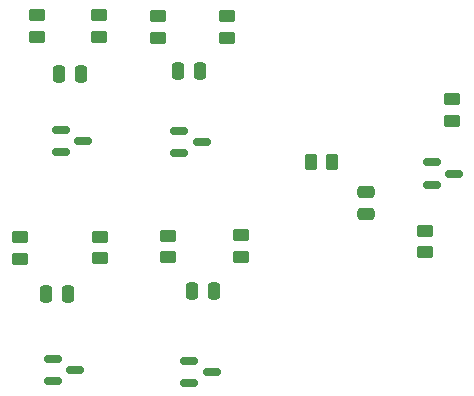
<source format=gbr>
%TF.GenerationSoftware,KiCad,Pcbnew,8.0.1*%
%TF.CreationDate,2024-04-22T22:36:18-04:00*%
%TF.ProjectId,analogBirdSAO,616e616c-6f67-4426-9972-6453414f2e6b,rev?*%
%TF.SameCoordinates,Original*%
%TF.FileFunction,Paste,Top*%
%TF.FilePolarity,Positive*%
%FSLAX46Y46*%
G04 Gerber Fmt 4.6, Leading zero omitted, Abs format (unit mm)*
G04 Created by KiCad (PCBNEW 8.0.1) date 2024-04-22 22:36:18*
%MOMM*%
%LPD*%
G01*
G04 APERTURE LIST*
G04 Aperture macros list*
%AMRoundRect*
0 Rectangle with rounded corners*
0 $1 Rounding radius*
0 $2 $3 $4 $5 $6 $7 $8 $9 X,Y pos of 4 corners*
0 Add a 4 corners polygon primitive as box body*
4,1,4,$2,$3,$4,$5,$6,$7,$8,$9,$2,$3,0*
0 Add four circle primitives for the rounded corners*
1,1,$1+$1,$2,$3*
1,1,$1+$1,$4,$5*
1,1,$1+$1,$6,$7*
1,1,$1+$1,$8,$9*
0 Add four rect primitives between the rounded corners*
20,1,$1+$1,$2,$3,$4,$5,0*
20,1,$1+$1,$4,$5,$6,$7,0*
20,1,$1+$1,$6,$7,$8,$9,0*
20,1,$1+$1,$8,$9,$2,$3,0*%
G04 Aperture macros list end*
%ADD10RoundRect,0.250000X-0.250000X-0.475000X0.250000X-0.475000X0.250000X0.475000X-0.250000X0.475000X0*%
%ADD11RoundRect,0.250000X0.262500X0.450000X-0.262500X0.450000X-0.262500X-0.450000X0.262500X-0.450000X0*%
%ADD12RoundRect,0.250000X-0.450000X0.262500X-0.450000X-0.262500X0.450000X-0.262500X0.450000X0.262500X0*%
%ADD13RoundRect,0.150000X-0.587500X-0.150000X0.587500X-0.150000X0.587500X0.150000X-0.587500X0.150000X0*%
%ADD14RoundRect,0.250000X0.450000X-0.262500X0.450000X0.262500X-0.450000X0.262500X-0.450000X-0.262500X0*%
%ADD15RoundRect,0.250000X0.475000X-0.250000X0.475000X0.250000X-0.475000X0.250000X-0.475000X-0.250000X0*%
G04 APERTURE END LIST*
D10*
%TO.C,C1*%
X74181250Y-82800000D03*
X76081250Y-82800000D03*
%TD*%
D11*
%TO.C,R11*%
X97362500Y-90250000D03*
X95537500Y-90250000D03*
%TD*%
D12*
%TO.C,R8*%
X77581250Y-77787500D03*
X77581250Y-79612500D03*
%TD*%
%TO.C,R1*%
X72381250Y-77787500D03*
X72381250Y-79612500D03*
%TD*%
D13*
%TO.C,Q2*%
X73700000Y-106900000D03*
X73700000Y-108800000D03*
X75575000Y-107850000D03*
%TD*%
%TO.C,Q3*%
X84406250Y-87612500D03*
X84406250Y-89512500D03*
X86281250Y-88562500D03*
%TD*%
D10*
%TO.C,C2*%
X84281250Y-82562500D03*
X86181250Y-82562500D03*
%TD*%
D13*
%TO.C,Q1*%
X74393750Y-87512500D03*
X74393750Y-89412500D03*
X76268750Y-88462500D03*
%TD*%
D10*
%TO.C,C3*%
X73100000Y-101450000D03*
X75000000Y-101450000D03*
%TD*%
D12*
%TO.C,R7*%
X82631250Y-77887500D03*
X82631250Y-79712500D03*
%TD*%
D10*
%TO.C,C4*%
X85450000Y-101150000D03*
X87350000Y-101150000D03*
%TD*%
D14*
%TO.C,R9*%
X107512500Y-86725000D03*
X107512500Y-84900000D03*
%TD*%
D12*
%TO.C,R5*%
X83450000Y-96487500D03*
X83450000Y-98312500D03*
%TD*%
D14*
%TO.C,R10*%
X105237500Y-97900000D03*
X105237500Y-96075000D03*
%TD*%
D13*
%TO.C,Q4*%
X85262500Y-107050000D03*
X85262500Y-108950000D03*
X87137500Y-108000000D03*
%TD*%
D15*
%TO.C,C5*%
X100237500Y-94650000D03*
X100237500Y-92750000D03*
%TD*%
D12*
%TO.C,R3*%
X70875000Y-96625000D03*
X70875000Y-98450000D03*
%TD*%
%TO.C,R6*%
X77650000Y-96575000D03*
X77650000Y-98400000D03*
%TD*%
%TO.C,R2*%
X88431250Y-77887500D03*
X88431250Y-79712500D03*
%TD*%
D13*
%TO.C,Q5*%
X105787500Y-90275000D03*
X105787500Y-92175000D03*
X107662500Y-91225000D03*
%TD*%
D12*
%TO.C,R4*%
X89650000Y-96425000D03*
X89650000Y-98250000D03*
%TD*%
M02*

</source>
